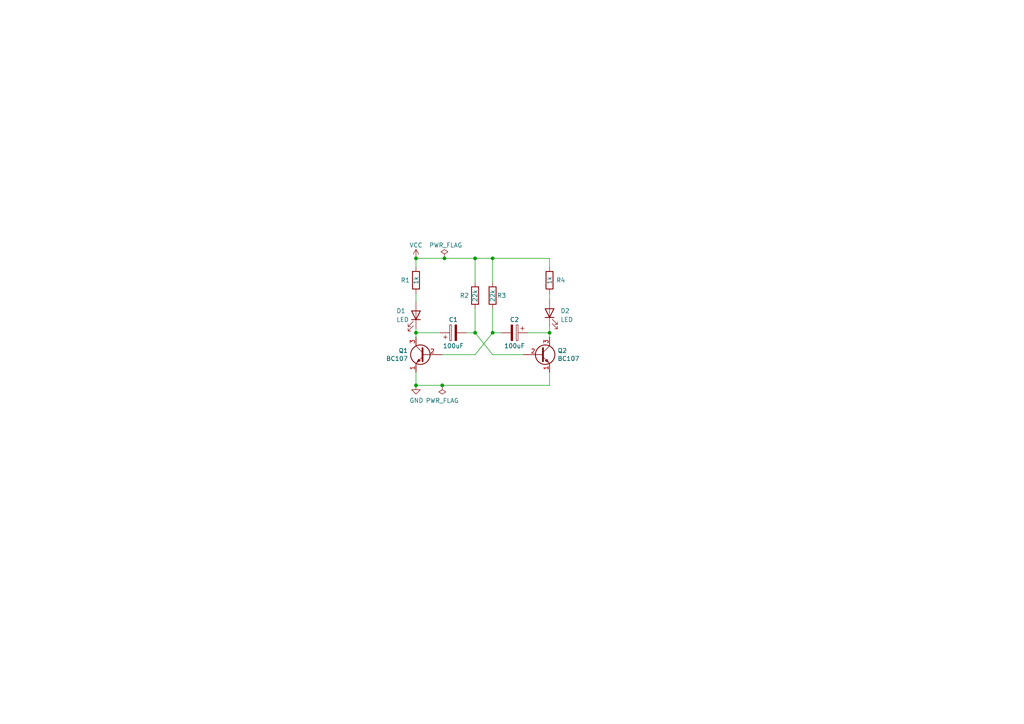
<source format=kicad_sch>
(kicad_sch (version 20231120) (generator "eeschema") (generator_version "8.0")
  (paper "A4")
  (lib_symbols
    (symbol "Device:C_Polarized" (pin_numbers hide) (pin_names (offset 0.254))
      (property "Reference" "C" (at 0.635 2.54 0))
      (property "Value" "C_Polarized" (at 0.635 -2.54 0))
      (symbol "C_Polarized_0_1"
        (rectangle (start -2.286 0.508) (end 2.286 1.016))
        (polyline (pts (xy -1.778 2.286) (xy -0.762 2.286)))
        (polyline (pts (xy -1.27 2.794) (xy -1.27 1.778)))
        (rectangle (start 2.286 -0.508) (end -2.286 -1.016) (fill (type outline)))
      )
      (symbol "C_Polarized_1_1"
        (pin passive line (at 0 3.81 270) (length 2.794) (name "~") (number "1"))
        (pin passive line (at 0 -3.81 90) (length 2.794) (name "~") (number "2"))
      )
    )
    (symbol "Device:LED" (pin_numbers hide) (pin_names (offset 1.016) hide)
      (property "Reference" "D" (at 0 2.54 0))
      (property "Value" "LED" (at 0 -2.54 0))
      (symbol "LED_0_1"
        (polyline (pts (xy -1.27 -1.27) (xy -1.27 1.27)) (stroke (width 0.254)))
        (polyline (pts (xy -1.27 0) (xy 1.27 0)))
        (polyline (pts (xy 1.27 -1.27) (xy 1.27 1.27) (xy -1.27 0) (xy 1.27 -1.27)) (stroke (width 0.254)))
        (polyline (pts (xy -3.048 -0.762) (xy -4.572 -2.286) (xy -3.81 -2.286) (xy -4.572 -2.286) (xy -4.572 -1.524)))
        (polyline (pts (xy -1.778 -0.762) (xy -3.302 -2.286) (xy -2.54 -2.286) (xy -3.302 -2.286) (xy -3.302 -1.524)))
      )
      (symbol "LED_1_1"
        (pin passive line (at -3.81 0 0) (length 2.54) (name "K") (number "1"))
        (pin passive line (at 3.81 0 180) (length 2.54) (name "A") (number "2"))
      )
    )
    (symbol "Device:R" (pin_numbers hide) (pin_names (offset 0))
      (property "Reference" "R" (at 2.032 0 90))
      (property "Value" "R" (at 0 0 90))
      (symbol "R_0_1"
        (rectangle (start -1.016 -2.54) (end 1.016 2.54) (stroke (width 0.254)))
      )
      (symbol "R_1_1"
        (pin passive line (at 0 3.81 270) (length 1.27) (name "~") (number "1"))
        (pin passive line (at 0 -3.81 90) (length 1.27) (name "~") (number "2"))
      )
    )
    (symbol "Transistor_BJT:BC107" (pin_names (offset 0) hide)
      (property "Reference" "Q" (at 5.08 1.905 0))
      (property "Value" "BC107" (at 5.08 0 0))
      (symbol "BC107_0_1"
        (polyline (pts (xy 0.635 0.635) (xy 2.54 2.54)))
        (polyline (pts (xy 0.635 -0.635) (xy 2.54 -2.54) (xy 2.54 -2.54)))
        (polyline (pts (xy 0.635 1.905) (xy 0.635 -1.905) (xy 0.635 -1.905)) (stroke (width 0.508)))
        (polyline (pts (xy 1.27 -1.778) (xy 1.778 -1.27) (xy 2.286 -2.286) (xy 1.27 -1.778) (xy 1.27 -1.778)) (fill (type outline)))
        (circle (center 1.27 0) (radius 2.8194) (stroke (width 0.254)))
      )
      (symbol "BC107_1_1"
        (pin passive line (at 2.54 -5.08 90) (length 2.54) (name "E") (number "1"))
        (pin input line (at -5.08 0 0) (length 5.715) (name "B") (number "2"))
        (pin passive line (at 2.54 5.08 270) (length 2.54) (name "C") (number "3"))
      )
    )
    (symbol "power:GND" (power) (pin_numbers hide) (pin_names (offset 0) hide)
      (property "Value" "GND" (at 0 -3.81 0))
      (symbol "GND_0_1"
        (polyline (pts (xy 0 0) (xy 0 -1.27) (xy 1.27 -1.27) (xy 0 -2.54) (xy -1.27 -1.27) (xy 0 -1.27)))
      )
      (symbol "GND_1_1"
        (pin power_in line (at 0 0 270) (length 0) hide (name "GND") (number "1"))
      )
    )
    (symbol "power:PWR_FLAG" (power) (pin_numbers hide) (pin_names (offset 0) hide)
      (property "Value" "PWR_FLAG" (at 0 3.81 0))
      (symbol "PWR_FLAG_0_0"
        (pin power_out line (at 0 0 90) (length 0) (name "pwr") (number "1"))
      )
      (symbol "PWR_FLAG_0_1"
        (polyline (pts (xy 0 0) (xy 0 1.27) (xy -1.016 1.905) (xy 0 2.54) (xy 1.016 1.905) (xy 0 1.27)))
      )
    )
    (symbol "power:VCC" (power) (pin_numbers hide) (pin_names (offset 0) hide)
      (property "Value" "VCC" (at 0 3.81 0))
      (symbol "VCC_0_1"
        (polyline (pts (xy -0.762 1.27) (xy 0 2.54)))
        (polyline (pts (xy 0 0) (xy 0 2.54)))
        (polyline (pts (xy 0 2.54) (xy 0.762 1.27)))
      )
      (symbol "VCC_1_1"
        (pin power_in line (at 0 0 90) (length 0) hide (name "VCC") (number "1"))
      )
    )
  )
  (junction (at 142.875 96.52))
  (junction (at 137.795 96.52))
  (junction (at 120.65 74.93))
  (junction (at 142.875 74.93))
  (junction (at 120.65 111.76))
  (junction (at 120.65 96.52))
  (junction (at 137.795 74.93))
  (junction (at 128.905 74.93))
  (junction (at 159.385 96.52))
  (junction (at 128.27 111.76))
  (wire (pts (xy 128.27 102.87) (xy 137.795 102.87)))
  (wire (pts (xy 137.795 74.93) (xy 142.875 74.93)))
  (wire (pts (xy 151.765 102.87) (xy 142.875 102.87)))
  (wire (pts (xy 120.65 96.52) (xy 127.635 96.52)))
  (wire (pts (xy 159.385 96.52) (xy 159.385 94.615)))
  (wire (pts (xy 137.795 96.52) (xy 137.795 89.535)))
  (wire (pts (xy 159.385 97.79) (xy 159.385 96.52)))
  (wire (pts (xy 120.65 97.79) (xy 120.65 96.52)))
  (wire (pts (xy 142.875 81.915) (xy 142.875 74.93)))
  (wire (pts (xy 135.255 96.52) (xy 137.795 96.52)))
  (wire (pts (xy 120.65 74.93) (xy 128.905 74.93)))
  (wire (pts (xy 142.875 102.87) (xy 137.795 96.52)))
  (wire (pts (xy 128.27 111.76) (xy 159.385 111.76)))
  (wire (pts (xy 120.65 107.95) (xy 120.65 111.76)))
  (wire (pts (xy 142.875 74.93) (xy 159.385 74.93)))
  (wire (pts (xy 159.385 86.995) (xy 159.385 85.09)))
  (wire (pts (xy 120.65 87.63) (xy 120.65 85.09)))
  (wire (pts (xy 120.65 111.76) (xy 128.27 111.76)))
  (wire (pts (xy 142.875 96.52) (xy 145.415 96.52)))
  (wire (pts (xy 128.905 74.93) (xy 137.795 74.93)))
  (wire (pts (xy 137.795 102.87) (xy 142.875 96.52)))
  (wire (pts (xy 120.65 77.47) (xy 120.65 74.93)))
  (wire (pts (xy 120.65 96.52) (xy 120.65 95.25)))
  (wire (pts (xy 153.035 96.52) (xy 159.385 96.52)))
  (wire (pts (xy 159.385 74.93) (xy 159.385 77.47)))
  (wire (pts (xy 137.795 81.915) (xy 137.795 74.93)))
  (wire (pts (xy 142.875 89.535) (xy 142.875 96.52)))
  (wire (pts (xy 159.385 111.76) (xy 159.385 107.95)))
  (symbol (lib_id "power:VCC") (at 120.65 74.93 0) (unit 1)
    (property "Reference" "#PWR01" (effects (hide yes)))
    (property "Value" "VCC" (at 120.65 71.12 0))
  )
  (symbol (lib_id "Device:R") (at 120.65 81.28 0) (unit 1)
    (property "Reference" "R1" (at 116.205 81.28 0) (effects (justify left)))
    (property "Value" "1k" (at 120.65 82.55 90) (effects (justify left)))
  )
  (symbol (lib_id "power:GND") (at 120.65 111.76 0) (unit 1)
    (property "Reference" "#PWR02" (effects (hide yes)))
    (property "Value" "GND" (at 120.777 116.1542 0))
  )
  (symbol (lib_id "Device:R") (at 137.795 85.725 0) (unit 1)
    (property "Reference" "R2" (at 133.35 85.725 0) (effects (justify left)))
    (property "Value" "22k" (at 137.795 87.63 90) (effects (justify left)))
  )
  (symbol (lib_id "Device:LED") (at 159.385 90.805 90) (unit 1)
    (property "Reference" "D2" (at 162.56 90.17 90) (effects (justify right)))
    (property "Value" "LED" (at 162.56 92.71 90) (effects (justify right)))
  )
  (symbol (lib_id "Transistor_BJT:BC107") (at 156.845 102.87 0) (unit 1)
    (property "Reference" "Q2" (at 161.6964 101.7016 0) (effects (justify left)))
    (property "Value" "BC107" (at 161.6964 104.013 0) (effects (justify left)))
    (property "Footprint" "Package_TO_SOT_THT:TO-18-3" (effects (hide yes)))
    (property "Datasheet" "http://www.b-kainka.de/Daten/Transistor/BC108.pdf" (effects (hide yes)))
  )
  (symbol (lib_id "Transistor_BJT:BC107") (at 123.19 102.87 0) (mirror y) (unit 1)
    (property "Reference" "Q1" (at 118.3386 101.7016 0) (effects (justify left)))
    (property "Value" "BC107" (at 118.3386 104.013 0) (effects (justify left)))
    (property "Footprint" "Package_TO_SOT_THT:TO-18-3" (effects (hide yes)))
    (property "Datasheet" "http://www.b-kainka.de/Daten/Transistor/BC108.pdf" (effects (hide yes)))
  )
  (symbol (lib_id "Device:LED") (at 120.65 91.44 270) (mirror x) (unit 1)
    (property "Reference" "D1" (at 114.935 90.17 90) (effects (justify left)))
    (property "Value" "LED" (at 114.935 92.71 90) (effects (justify left)))
  )
  (symbol (lib_id "Device:R") (at 159.385 81.28 0) (unit 1)
    (property "Reference" "R4" (at 161.29 81.28 0) (effects (justify left)))
    (property "Value" "1k" (at 159.385 82.55 90) (effects (justify left)))
  )
  (symbol (lib_id "Device:R") (at 142.875 85.725 0) (unit 1)
    (property "Reference" "R3" (at 144.145 85.725 0) (effects (justify left)))
    (property "Value" "22k" (at 142.875 87.63 90) (effects (justify left)))
  )
  (symbol (lib_id "Device:C_Polarized") (at 149.225 96.52 270) (unit 1)
    (property "Reference" "C2" (at 149.225 92.71 90))
    (property "Value" "100uF" (at 149.225 100.33 90))
  )
  (symbol (lib_id "power:PWR_FLAG") (at 128.27 111.76 180) (unit 1)
    (property "Reference" "#FLG0102" (effects (hide yes)))
    (property "Value" "PWR_FLAG" (at 128.27 116.2034 0))
  )
  (symbol (lib_id "Device:C_Polarized") (at 131.445 96.52 90) (unit 1)
    (property "Reference" "C1" (at 131.4704 92.71 90))
    (property "Value" "100uF" (at 131.4704 100.33 90))
  )
  (symbol (lib_id "power:PWR_FLAG") (at 128.905 74.93 0) (unit 1)
    (property "Reference" "#FLG0101" (effects (hide yes)))
    (property "Value" "PWR_FLAG" (at 124.46 71.12 0) (effects (justify left)))
  )
)
</source>
